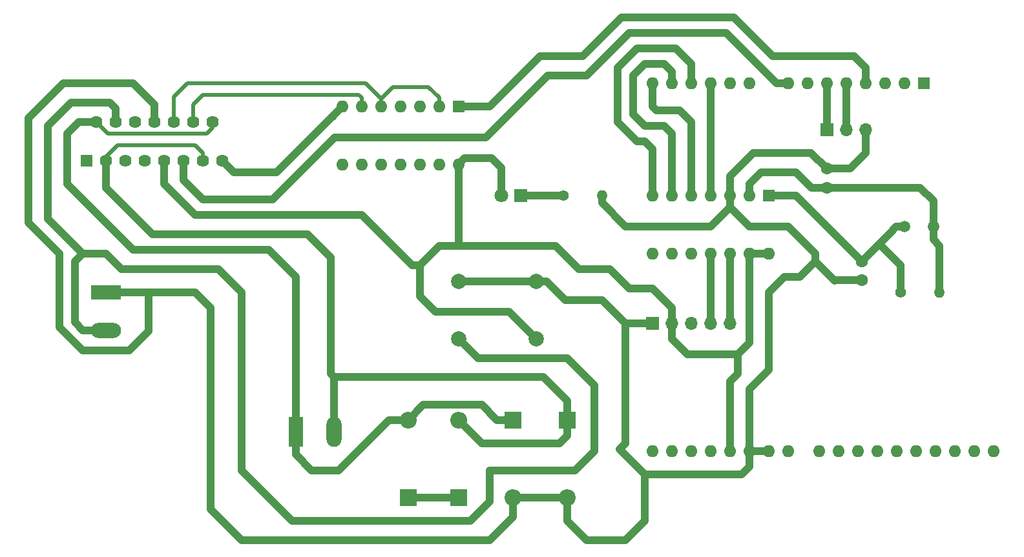
<source format=gbl>
G04 #@! TF.GenerationSoftware,KiCad,Pcbnew,(5.1.2)-2*
G04 #@! TF.CreationDate,2019-11-25T21:46:29-03:00*
G04 #@! TF.ProjectId,Shield_Galileo,53686965-6c64-45f4-9761-6c696c656f2e,rev?*
G04 #@! TF.SameCoordinates,Original*
G04 #@! TF.FileFunction,Copper,L2,Bot*
G04 #@! TF.FilePolarity,Positive*
%FSLAX46Y46*%
G04 Gerber Fmt 4.6, Leading zero omitted, Abs format (unit mm)*
G04 Created by KiCad (PCBNEW (5.1.2)-2) date 2019-11-25 21:46:29*
%MOMM*%
%LPD*%
G04 APERTURE LIST*
%ADD10O,2.200000X2.200000*%
%ADD11R,2.200000X2.200000*%
%ADD12O,1.600000X1.600000*%
%ADD13R,1.600000X1.600000*%
%ADD14C,1.600000*%
%ADD15O,3.960000X1.980000*%
%ADD16R,3.960000X1.980000*%
%ADD17R,1.980000X3.960000*%
%ADD18O,1.980000X3.960000*%
%ADD19C,1.400000*%
%ADD20O,1.400000X1.400000*%
%ADD21C,1.500000*%
%ADD22R,1.620000X1.620000*%
%ADD23C,1.620000*%
%ADD24R,1.700000X1.700000*%
%ADD25O,1.700000X1.700000*%
%ADD26C,2.000000*%
%ADD27R,1.800000X1.800000*%
%ADD28C,1.800000*%
%ADD29C,1.000000*%
%ADD30C,0.500000*%
G04 APERTURE END LIST*
D10*
X128016000Y-133604000D03*
D11*
X128016000Y-123444000D03*
D12*
X148844000Y-127508000D03*
X146304000Y-127508000D03*
X185924000Y-127508000D03*
X146304000Y-79248000D03*
X183384000Y-127508000D03*
X148844000Y-79248000D03*
X180844000Y-127508000D03*
X151384000Y-79248000D03*
X178304000Y-127508000D03*
X153924000Y-79248000D03*
X175764000Y-127508000D03*
X156464000Y-79248000D03*
X173224000Y-127508000D03*
X159004000Y-79248000D03*
X170684000Y-127508000D03*
X164084000Y-79248000D03*
X168144000Y-127508000D03*
X166624000Y-79248000D03*
X164084000Y-127508000D03*
X169164000Y-79248000D03*
X161544000Y-127508000D03*
X171704000Y-79248000D03*
X159004000Y-127508000D03*
X174244000Y-79248000D03*
X156464000Y-127508000D03*
X176784000Y-79248000D03*
X153924000Y-127508000D03*
X179324000Y-79248000D03*
X151384000Y-127508000D03*
D13*
X181864000Y-79248000D03*
D12*
X188464000Y-127508000D03*
X191004000Y-127508000D03*
D11*
X120904000Y-133604000D03*
D10*
X120904000Y-123444000D03*
D14*
X173736000Y-105116000D03*
X173736000Y-102616000D03*
X169164000Y-92964000D03*
X169164000Y-90464000D03*
D11*
X135128000Y-123444000D03*
D10*
X135128000Y-133604000D03*
X114300000Y-123444000D03*
D11*
X114300000Y-133604000D03*
D15*
X74676000Y-111680000D03*
D16*
X74676000Y-106680000D03*
D17*
X99568000Y-124968000D03*
D18*
X104568000Y-124968000D03*
D19*
X178816000Y-106680000D03*
D20*
X183896000Y-106680000D03*
D12*
X161544000Y-101600000D03*
X146304000Y-93980000D03*
X159004000Y-101600000D03*
X148844000Y-93980000D03*
X156464000Y-101600000D03*
X151384000Y-93980000D03*
X153924000Y-101600000D03*
X153924000Y-93980000D03*
X151384000Y-101600000D03*
X156464000Y-93980000D03*
X148844000Y-101600000D03*
X159004000Y-93980000D03*
X146304000Y-101600000D03*
D13*
X161544000Y-93980000D03*
D21*
X179324000Y-98044000D03*
X183124000Y-98044000D03*
D22*
X72136000Y-89408000D03*
D23*
X73406000Y-84328000D03*
X74676000Y-89408000D03*
X75946000Y-84328000D03*
X77216000Y-89408000D03*
X78486000Y-84328000D03*
X79756000Y-89408000D03*
X81026000Y-84328000D03*
X82296000Y-89408000D03*
X83566000Y-84328000D03*
X84836000Y-89408000D03*
X86106000Y-84328000D03*
X87376000Y-89408000D03*
X88646000Y-84328000D03*
X89916000Y-89408000D03*
D24*
X169164000Y-85344000D03*
D25*
X171704000Y-85344000D03*
X174244000Y-85344000D03*
D24*
X146304000Y-110744000D03*
D25*
X148844000Y-110744000D03*
X151384000Y-110744000D03*
X153924000Y-110744000D03*
X156464000Y-110744000D03*
D12*
X120904000Y-89916000D03*
X105664000Y-82296000D03*
X118364000Y-89916000D03*
X108204000Y-82296000D03*
X115824000Y-89916000D03*
X110744000Y-82296000D03*
X113284000Y-89916000D03*
X113284000Y-82296000D03*
X110744000Y-89916000D03*
X115824000Y-82296000D03*
X108204000Y-89916000D03*
X118364000Y-82296000D03*
X105664000Y-89916000D03*
D13*
X120904000Y-82296000D03*
D26*
X131064000Y-105276000D03*
X131064000Y-112776000D03*
X120904000Y-112776000D03*
X120904000Y-105276000D03*
D27*
X129032000Y-93980000D03*
D28*
X126492000Y-93980000D03*
D19*
X134620000Y-93980000D03*
D20*
X139700000Y-93980000D03*
D29*
X159004000Y-129540000D02*
X157988000Y-130556000D01*
X159004000Y-127508000D02*
X159004000Y-129540000D01*
X142748000Y-110744000D02*
X146304000Y-110744000D01*
X156464000Y-93980000D02*
X156464000Y-95504000D01*
X139700000Y-107696000D02*
X142748000Y-110744000D01*
X159004000Y-127508000D02*
X161544000Y-127508000D01*
X159004000Y-119380000D02*
X161544000Y-116840000D01*
X159004000Y-127508000D02*
X159004000Y-119380000D01*
X161544000Y-116840000D02*
X161544000Y-106680000D01*
X161544000Y-106680000D02*
X163576000Y-104648000D01*
X163576000Y-104648000D02*
X165608000Y-104648000D01*
X165608000Y-104648000D02*
X167640000Y-102616000D01*
X167092000Y-88392000D02*
X169164000Y-90464000D01*
X159512000Y-88392000D02*
X167092000Y-88392000D01*
X156464000Y-93980000D02*
X156464000Y-91440000D01*
X156464000Y-91440000D02*
X159512000Y-88392000D01*
X169164000Y-90464000D02*
X171664000Y-90464000D01*
X171664000Y-90464000D02*
X171704000Y-90424000D01*
X171704000Y-90424000D02*
X172212000Y-90424000D01*
X174244000Y-88392000D02*
X174244000Y-85344000D01*
X172212000Y-90424000D02*
X174244000Y-88392000D01*
X134898213Y-107696000D02*
X139700000Y-107696000D01*
X132478213Y-105276000D02*
X134898213Y-107696000D01*
X131064000Y-105276000D02*
X132478213Y-105276000D01*
X129649787Y-105276000D02*
X120904000Y-105276000D01*
X131064000Y-105276000D02*
X129649787Y-105276000D01*
X128016000Y-133604000D02*
X135128000Y-133604000D01*
X157988000Y-130556000D02*
X145288000Y-130556000D01*
X142748000Y-115824000D02*
X142748000Y-110744000D01*
X142748000Y-126492000D02*
X142748000Y-115824000D01*
X141986000Y-127254000D02*
X145288000Y-130556000D01*
X141986000Y-127254000D02*
X142748000Y-126492000D01*
X128016000Y-136144000D02*
X128016000Y-133604000D01*
X88392000Y-135128000D02*
X92456000Y-139192000D01*
X92456000Y-139192000D02*
X124968000Y-139192000D01*
X124968000Y-139192000D02*
X128016000Y-136144000D01*
X89916000Y-89408000D02*
X91440000Y-90932000D01*
X91440000Y-90932000D02*
X97028000Y-90932000D01*
X139700000Y-94969949D02*
X142774051Y-98044000D01*
X139700000Y-93980000D02*
X139700000Y-94969949D01*
X153924000Y-98044000D02*
X156464000Y-95504000D01*
X142774051Y-98044000D02*
X153924000Y-98044000D01*
X167640000Y-102616000D02*
X170180000Y-105156000D01*
X170220000Y-105116000D02*
X173736000Y-105116000D01*
X170180000Y-105156000D02*
X170220000Y-105116000D01*
X167640000Y-101600000D02*
X167640000Y-102616000D01*
X164084000Y-98044000D02*
X167640000Y-101600000D01*
X156464000Y-95504000D02*
X159004000Y-98044000D01*
X159004000Y-98044000D02*
X164084000Y-98044000D01*
X88392000Y-122428000D02*
X88392000Y-135128000D01*
X88392000Y-108712000D02*
X88392000Y-122428000D01*
X145288000Y-136652000D02*
X145288000Y-130556000D01*
X142748000Y-139192000D02*
X145288000Y-136652000D01*
X137668000Y-139192000D02*
X142748000Y-139192000D01*
X135128000Y-133604000D02*
X135128000Y-136652000D01*
X135128000Y-136652000D02*
X137668000Y-139192000D01*
D30*
X104140000Y-83820000D02*
X104648000Y-83820000D01*
D29*
X104140000Y-83820000D02*
X105664000Y-82296000D01*
X97028000Y-90932000D02*
X104140000Y-83820000D01*
X86360000Y-106680000D02*
X88392000Y-108712000D01*
X81026000Y-84328000D02*
X81026000Y-82042000D01*
X81026000Y-82042000D02*
X78232000Y-79248000D01*
X78232000Y-79248000D02*
X69088000Y-79248000D01*
X69088000Y-79248000D02*
X64516000Y-83820000D01*
X64516000Y-83820000D02*
X64516000Y-97536000D01*
X64516000Y-97536000D02*
X68580000Y-101600000D01*
X68580000Y-101600000D02*
X68580000Y-111252000D01*
X68580000Y-111252000D02*
X71628000Y-114300000D01*
X71628000Y-114300000D02*
X77724000Y-114300000D01*
X77724000Y-114300000D02*
X80264000Y-111760000D01*
X80264000Y-111760000D02*
X80264000Y-106680000D01*
X74676000Y-106680000D02*
X80264000Y-106680000D01*
X80264000Y-106680000D02*
X86360000Y-106680000D01*
X170688000Y-99568000D02*
X173736000Y-102616000D01*
X161544000Y-93980000D02*
X165100000Y-93980000D01*
X165100000Y-93980000D02*
X170688000Y-99568000D01*
X178263340Y-98044000D02*
X179324000Y-98044000D01*
X177800000Y-98507340D02*
X178263340Y-98044000D01*
X177800000Y-98552000D02*
X177800000Y-98507340D01*
X176022000Y-100330000D02*
X178816000Y-103124000D01*
X176022000Y-100330000D02*
X177800000Y-98552000D01*
X173736000Y-102616000D02*
X176022000Y-100330000D01*
X178816000Y-103124000D02*
X178816000Y-106680000D01*
X167132000Y-92964000D02*
X169164000Y-92964000D01*
X165100000Y-90932000D02*
X167132000Y-92964000D01*
X160528000Y-90932000D02*
X165100000Y-90932000D01*
X159004000Y-93980000D02*
X159004000Y-92456000D01*
X159004000Y-92456000D02*
X160528000Y-90932000D01*
X169164000Y-92964000D02*
X172212000Y-92964000D01*
X172212000Y-92964000D02*
X181356000Y-92964000D01*
X183124000Y-94732000D02*
X181356000Y-92964000D01*
X183124000Y-98044000D02*
X183124000Y-94732000D01*
X183124000Y-98044000D02*
X183124000Y-99812000D01*
X183896000Y-100584000D02*
X183896000Y-106680000D01*
X183124000Y-99812000D02*
X183896000Y-100584000D01*
X159004000Y-101600000D02*
X161544000Y-101600000D01*
X159004000Y-103124000D02*
X159004000Y-101600000D01*
X159004000Y-113284000D02*
X159004000Y-103124000D01*
X157480000Y-114808000D02*
X159004000Y-113284000D01*
X150876000Y-114808000D02*
X157480000Y-114808000D01*
X148844000Y-112776000D02*
X150876000Y-114808000D01*
X156464000Y-127508000D02*
X156464000Y-118364000D01*
X157480000Y-117348000D02*
X157480000Y-114808000D01*
X156464000Y-118364000D02*
X157480000Y-117348000D01*
X127508000Y-109220000D02*
X131064000Y-112776000D01*
X117856000Y-109220000D02*
X127508000Y-109220000D01*
X115824000Y-107188000D02*
X117856000Y-109220000D01*
X118364000Y-100584000D02*
X115824000Y-103124000D01*
X115824000Y-103124000D02*
X115824000Y-107188000D01*
X148844000Y-108712000D02*
X146304000Y-106172000D01*
X148844000Y-110744000D02*
X148844000Y-108712000D01*
X146304000Y-106172000D02*
X143256000Y-106172000D01*
X143256000Y-106172000D02*
X140716000Y-103632000D01*
X140716000Y-103632000D02*
X136652000Y-103632000D01*
X136652000Y-103632000D02*
X133604000Y-100584000D01*
X114808000Y-103124000D02*
X115824000Y-103124000D01*
X108204000Y-96520000D02*
X114808000Y-103124000D01*
X86360000Y-96520000D02*
X108204000Y-96520000D01*
X82296000Y-89408000D02*
X82296000Y-92456000D01*
X82296000Y-92456000D02*
X86360000Y-96520000D01*
X120904000Y-100584000D02*
X120904000Y-89916000D01*
X120904000Y-100584000D02*
X118364000Y-100584000D01*
X133604000Y-100584000D02*
X120904000Y-100584000D01*
X121703999Y-89116001D02*
X125259999Y-89116001D01*
X120904000Y-89916000D02*
X121703999Y-89116001D01*
X125259999Y-89116001D02*
X126492000Y-90348002D01*
X126492000Y-90348002D02*
X126492000Y-93980000D01*
X148844000Y-112776000D02*
X148844000Y-110744000D01*
X136144000Y-130048000D02*
X138684000Y-127508000D01*
X138684000Y-127508000D02*
X138684000Y-118872000D01*
X138684000Y-118872000D02*
X135128000Y-115316000D01*
X135128000Y-115316000D02*
X123444000Y-115316000D01*
X123444000Y-115316000D02*
X120904000Y-112776000D01*
X75946000Y-84328000D02*
X75946000Y-83182488D01*
X75946000Y-83182488D02*
X75946000Y-82550000D01*
X75946000Y-82550000D02*
X75184000Y-81788000D01*
X75184000Y-81788000D02*
X70104000Y-81788000D01*
X70104000Y-81788000D02*
X67056000Y-84836000D01*
X67056000Y-84836000D02*
X67056000Y-97028000D01*
X67056000Y-97028000D02*
X71628000Y-101600000D01*
X71696000Y-111680000D02*
X70612000Y-110596000D01*
X74676000Y-111680000D02*
X71696000Y-111680000D01*
X70612000Y-102616000D02*
X71628000Y-101600000D01*
X70612000Y-110596000D02*
X70612000Y-102616000D01*
X124968000Y-134112000D02*
X124968000Y-130048000D01*
X122428000Y-136652000D02*
X124968000Y-134112000D01*
X99060000Y-136652000D02*
X122428000Y-136652000D01*
X92456000Y-130048000D02*
X99060000Y-136652000D01*
X92456000Y-106680000D02*
X92456000Y-130048000D01*
X71628000Y-101600000D02*
X74676000Y-101600000D01*
X124968000Y-130048000D02*
X136144000Y-130048000D01*
X74676000Y-101600000D02*
X76708000Y-103632000D01*
X76708000Y-103632000D02*
X89408000Y-103632000D01*
X89408000Y-103632000D02*
X92456000Y-106680000D01*
D30*
X87376000Y-88392000D02*
X87376000Y-89408000D01*
X86360000Y-87376000D02*
X87376000Y-88392000D01*
X76200000Y-87376000D02*
X86360000Y-87376000D01*
X74676000Y-89408000D02*
X74676000Y-88900000D01*
X74676000Y-88900000D02*
X76200000Y-87376000D01*
D29*
X104568000Y-117776000D02*
X132000000Y-117776000D01*
X104568000Y-117776000D02*
X104568000Y-124968000D01*
X135128000Y-120904000D02*
X135128000Y-123444000D01*
X132000000Y-117776000D02*
X135128000Y-120904000D01*
X104140000Y-117348000D02*
X104568000Y-117776000D01*
X104140000Y-102108000D02*
X104140000Y-117348000D01*
X101092000Y-99060000D02*
X104140000Y-102108000D01*
X80772000Y-99060000D02*
X101092000Y-99060000D01*
X74676000Y-89408000D02*
X74676000Y-92964000D01*
X74676000Y-92964000D02*
X80772000Y-99060000D01*
X135128000Y-125544000D02*
X135128000Y-123444000D01*
X134180000Y-126492000D02*
X135128000Y-125544000D01*
X120904000Y-123444000D02*
X123952000Y-126492000D01*
X123952000Y-126492000D02*
X134180000Y-126492000D01*
D30*
X74930000Y-85852000D02*
X73406000Y-84328000D01*
X88646000Y-84328000D02*
X88646000Y-85090000D01*
X88646000Y-85090000D02*
X87884000Y-85852000D01*
D29*
X116264000Y-121480000D02*
X114300000Y-123444000D01*
X123952000Y-121480000D02*
X116264000Y-121480000D01*
X128016000Y-123444000D02*
X125916000Y-123444000D01*
X125916000Y-123444000D02*
X123952000Y-121480000D01*
X111760000Y-123444000D02*
X114300000Y-123444000D01*
X105156000Y-130048000D02*
X111760000Y-123444000D01*
X101668000Y-130048000D02*
X105156000Y-130048000D01*
X99568000Y-124968000D02*
X99568000Y-127948000D01*
X99568000Y-127948000D02*
X101668000Y-130048000D01*
D30*
X74930000Y-85852000D02*
X87884000Y-85852000D01*
D29*
X71120000Y-84328000D02*
X73406000Y-84328000D01*
X99568000Y-104648000D02*
X96012000Y-101092000D01*
X99568000Y-124968000D02*
X99568000Y-104648000D01*
X96012000Y-101092000D02*
X78232000Y-101092000D01*
X78232000Y-101092000D02*
X69596000Y-92456000D01*
X69596000Y-92456000D02*
X69596000Y-85852000D01*
X69596000Y-85852000D02*
X71120000Y-84328000D01*
X156464000Y-101600000D02*
X156464000Y-110744000D01*
X153924000Y-101600000D02*
X153924000Y-110744000D01*
X146304000Y-88900000D02*
X146304000Y-93980000D01*
X144272000Y-86868000D02*
X145288000Y-86868000D01*
X151384000Y-76708000D02*
X149352000Y-74676000D01*
X151384000Y-79248000D02*
X151384000Y-76708000D01*
X146304000Y-87884000D02*
X146304000Y-88900000D01*
X149352000Y-74676000D02*
X144272000Y-74676000D01*
X144272000Y-74676000D02*
X141732000Y-77216000D01*
X145288000Y-86868000D02*
X146304000Y-87884000D01*
X141732000Y-77216000D02*
X141732000Y-84328000D01*
X141732000Y-84328000D02*
X144272000Y-86868000D01*
X147828000Y-76708000D02*
X148844000Y-77724000D01*
X145288000Y-76708000D02*
X147828000Y-76708000D01*
X148844000Y-85852000D02*
X147828000Y-84836000D01*
X148844000Y-93980000D02*
X148844000Y-85852000D01*
X147828000Y-84836000D02*
X145288000Y-84836000D01*
X148844000Y-77724000D02*
X148844000Y-79248000D01*
X145288000Y-84836000D02*
X143764000Y-83312000D01*
X143764000Y-83312000D02*
X143764000Y-78232000D01*
X143764000Y-78232000D02*
X145288000Y-76708000D01*
X146304000Y-82296000D02*
X146304000Y-79248000D01*
X146812000Y-82804000D02*
X146304000Y-82296000D01*
X149860000Y-82804000D02*
X146812000Y-82804000D01*
X151384000Y-93980000D02*
X151384000Y-84328000D01*
X151384000Y-84328000D02*
X149860000Y-82804000D01*
X153924000Y-93980000D02*
X153924000Y-88900000D01*
X153924000Y-88900000D02*
X153924000Y-79248000D01*
X174244000Y-77216000D02*
X174244000Y-79248000D01*
X172720000Y-75692000D02*
X174244000Y-77216000D01*
X124968000Y-82296000D02*
X131572000Y-75692000D01*
X120904000Y-82296000D02*
X124968000Y-82296000D01*
X162052000Y-75692000D02*
X172720000Y-75692000D01*
X137160000Y-75692000D02*
X142240000Y-70612000D01*
X131572000Y-75692000D02*
X137160000Y-75692000D01*
X142240000Y-70612000D02*
X156972000Y-70612000D01*
X156972000Y-70612000D02*
X162052000Y-75692000D01*
X171704000Y-79248000D02*
X171704000Y-85344000D01*
X169164000Y-79248000D02*
X169164000Y-85344000D01*
X162560000Y-79248000D02*
X164084000Y-79248000D01*
X143256000Y-72644000D02*
X155956000Y-72644000D01*
X137668000Y-78232000D02*
X143256000Y-72644000D01*
X132588000Y-78232000D02*
X137668000Y-78232000D01*
X84836000Y-91948000D02*
X87376000Y-94488000D01*
X84836000Y-89408000D02*
X84836000Y-91948000D01*
X155956000Y-72644000D02*
X162560000Y-79248000D01*
X87376000Y-94488000D02*
X96520000Y-94488000D01*
X96520000Y-94488000D02*
X104648000Y-86360000D01*
X104648000Y-86360000D02*
X124460000Y-86360000D01*
X124460000Y-86360000D02*
X132588000Y-78232000D01*
D30*
X108204000Y-81164630D02*
X108204000Y-82296000D01*
X107811370Y-80772000D02*
X108204000Y-81164630D01*
X87376000Y-80772000D02*
X107811370Y-80772000D01*
X86106000Y-84328000D02*
X86106000Y-82042000D01*
X86106000Y-82042000D02*
X87376000Y-80772000D01*
X110744000Y-81280000D02*
X110744000Y-82296000D01*
X83566000Y-81026000D02*
X85344000Y-79248000D01*
X83566000Y-84328000D02*
X83566000Y-81026000D01*
X118364000Y-81164630D02*
X118364000Y-82296000D01*
X116955370Y-79756000D02*
X118364000Y-81164630D01*
X110744000Y-81280000D02*
X112268000Y-79756000D01*
X112268000Y-79756000D02*
X116955370Y-79756000D01*
X85344000Y-79248000D02*
X108712000Y-79248000D01*
X108712000Y-79248000D02*
X110744000Y-81280000D01*
D29*
X114300000Y-133604000D02*
X120396000Y-133604000D01*
X129032000Y-93980000D02*
X134620000Y-93980000D01*
M02*

</source>
